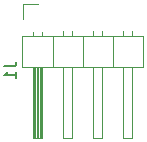
<source format=gbr>
%TF.GenerationSoftware,KiCad,Pcbnew,(5.1.6)-1*%
%TF.CreationDate,2020-07-24T15:46:23+02:00*%
%TF.ProjectId,Traffic_light_for_arduino,54726166-6669-4635-9f6c-696768745f66,rev?*%
%TF.SameCoordinates,Original*%
%TF.FileFunction,Legend,Bot*%
%TF.FilePolarity,Positive*%
%FSLAX46Y46*%
G04 Gerber Fmt 4.6, Leading zero omitted, Abs format (unit mm)*
G04 Created by KiCad (PCBNEW (5.1.6)-1) date 2020-07-24 15:46:23*
%MOMM*%
%LPD*%
G01*
G04 APERTURE LIST*
%ADD10C,0.120000*%
%ADD11C,0.150000*%
G04 APERTURE END LIST*
D10*
%TO.C,J1*%
X132670000Y-107440000D02*
X142950000Y-107440000D01*
X142950000Y-107440000D02*
X142950000Y-110100000D01*
X142950000Y-110100000D02*
X132670000Y-110100000D01*
X132670000Y-110100000D02*
X132670000Y-107440000D01*
X133620000Y-110100000D02*
X133620000Y-116100000D01*
X133620000Y-116100000D02*
X134380000Y-116100000D01*
X134380000Y-116100000D02*
X134380000Y-110100000D01*
X133680000Y-110100000D02*
X133680000Y-116100000D01*
X133800000Y-110100000D02*
X133800000Y-116100000D01*
X133920000Y-110100000D02*
X133920000Y-116100000D01*
X134040000Y-110100000D02*
X134040000Y-116100000D01*
X134160000Y-110100000D02*
X134160000Y-116100000D01*
X134280000Y-110100000D02*
X134280000Y-116100000D01*
X133620000Y-107110000D02*
X133620000Y-107440000D01*
X134380000Y-107110000D02*
X134380000Y-107440000D01*
X135270000Y-107440000D02*
X135270000Y-110100000D01*
X136160000Y-110100000D02*
X136160000Y-116100000D01*
X136160000Y-116100000D02*
X136920000Y-116100000D01*
X136920000Y-116100000D02*
X136920000Y-110100000D01*
X136160000Y-107042929D02*
X136160000Y-107440000D01*
X136920000Y-107042929D02*
X136920000Y-107440000D01*
X137810000Y-107440000D02*
X137810000Y-110100000D01*
X138700000Y-110100000D02*
X138700000Y-116100000D01*
X138700000Y-116100000D02*
X139460000Y-116100000D01*
X139460000Y-116100000D02*
X139460000Y-110100000D01*
X138700000Y-107042929D02*
X138700000Y-107440000D01*
X139460000Y-107042929D02*
X139460000Y-107440000D01*
X140350000Y-107440000D02*
X140350000Y-110100000D01*
X141240000Y-110100000D02*
X141240000Y-116100000D01*
X141240000Y-116100000D02*
X142000000Y-116100000D01*
X142000000Y-116100000D02*
X142000000Y-110100000D01*
X141240000Y-107042929D02*
X141240000Y-107440000D01*
X142000000Y-107042929D02*
X142000000Y-107440000D01*
X134000000Y-104730000D02*
X132730000Y-104730000D01*
X132730000Y-104730000D02*
X132730000Y-106000000D01*
D11*
X131182380Y-110051666D02*
X131896666Y-110051666D01*
X132039523Y-110004047D01*
X132134761Y-109908809D01*
X132182380Y-109765952D01*
X132182380Y-109670714D01*
X132182380Y-111051666D02*
X132182380Y-110480238D01*
X132182380Y-110765952D02*
X131182380Y-110765952D01*
X131325238Y-110670714D01*
X131420476Y-110575476D01*
X131468095Y-110480238D01*
%TD*%
M02*

</source>
